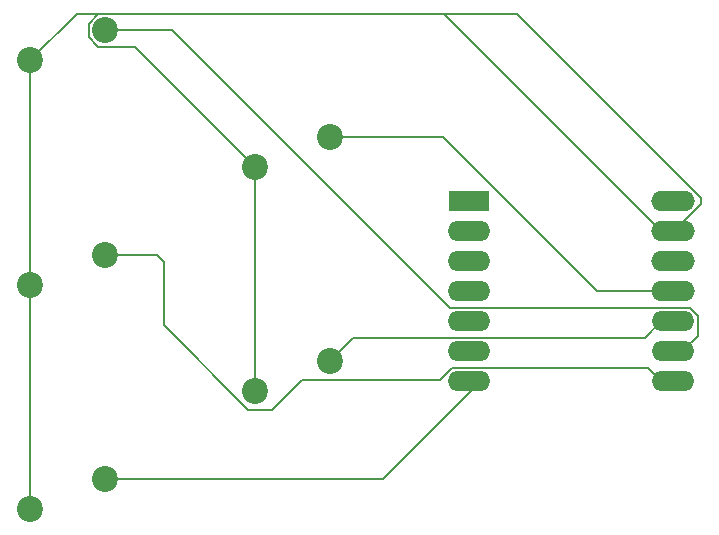
<source format=gbr>
%TF.GenerationSoftware,KiCad,Pcbnew,8.0.6*%
%TF.CreationDate,2024-10-22T13:33:25+08:00*%
%TF.ProjectId,Hackpad,4861636b-7061-4642-9e6b-696361645f70,rev?*%
%TF.SameCoordinates,Original*%
%TF.FileFunction,Copper,L1,Top*%
%TF.FilePolarity,Positive*%
%FSLAX46Y46*%
G04 Gerber Fmt 4.6, Leading zero omitted, Abs format (unit mm)*
G04 Created by KiCad (PCBNEW 8.0.6) date 2024-10-22 13:33:25*
%MOMM*%
%LPD*%
G01*
G04 APERTURE LIST*
%TA.AperFunction,ComponentPad*%
%ADD10C,2.200000*%
%TD*%
%TA.AperFunction,ComponentPad*%
%ADD11R,3.500000X1.700000*%
%TD*%
%TA.AperFunction,ComponentPad*%
%ADD12O,3.600000X1.700000*%
%TD*%
%TA.AperFunction,ComponentPad*%
%ADD13O,3.700000X1.700000*%
%TD*%
%TA.AperFunction,Conductor*%
%ADD14C,0.200000*%
%TD*%
G04 APERTURE END LIST*
D10*
%TO.P,SW3,1,1*%
%TO.N,Net-(U1-PA7_A8_D8_SCK)*%
X84540000Y-43920000D03*
%TO.P,SW3,2,2*%
%TO.N,GND*%
X78190000Y-46460000D03*
%TD*%
D11*
%TO.P,U1,1,PA02_A0_D0*%
%TO.N,unconnected-(U1-PA02_A0_D0-Pad1)*%
X115375000Y-58380000D03*
D12*
%TO.P,U1,2,PA4_A1_D1*%
%TO.N,unconnected-(U1-PA4_A1_D1-Pad2)*%
X115375000Y-60920000D03*
%TO.P,U1,3,PA10_A2_D2*%
%TO.N,unconnected-(U1-PA10_A2_D2-Pad3)*%
X115375000Y-63460000D03*
%TO.P,U1,4,PA11_A3_D3*%
%TO.N,unconnected-(U1-PA11_A3_D3-Pad4)*%
X115375000Y-66000000D03*
%TO.P,U1,5,PA8_A4_D4_SDA*%
%TO.N,unconnected-(U1-PA8_A4_D4_SDA-Pad5)*%
X115375000Y-68540000D03*
%TO.P,U1,6,PA9_A5_D5_SCL*%
%TO.N,unconnected-(U1-PA9_A5_D5_SCL-Pad6)*%
X115375000Y-71080000D03*
%TO.P,U1,7,PB08_A6_D6_TX*%
%TO.N,Net-(U1-PB08_A6_D6_TX)*%
X115375000Y-73620000D03*
%TO.P,U1,8,PB09_A7_D7_RX*%
%TO.N,Net-(U1-PB09_A7_D7_RX)*%
X132625000Y-73620000D03*
%TO.P,U1,9,PA7_A8_D8_SCK*%
%TO.N,Net-(U1-PA7_A8_D8_SCK)*%
X132625000Y-71080000D03*
%TO.P,U1,10,PA5_A9_D9_MISO*%
%TO.N,Net-(U1-PA5_A9_D9_MISO)*%
X132625000Y-68540000D03*
D13*
%TO.P,U1,11,PA6_A10_D10_MOSI*%
%TO.N,Net-(U1-PA6_A10_D10_MOSI)*%
X132625000Y-66000000D03*
%TO.P,U1,12,3V3*%
%TO.N,unconnected-(U1-3V3-Pad12)*%
X132625000Y-63460000D03*
%TO.P,U1,13,GND*%
%TO.N,GND*%
X132625000Y-60920000D03*
%TO.P,U1,14,5V*%
%TO.N,unconnected-(U1-5V-Pad14)*%
X132625000Y-58380000D03*
%TD*%
D10*
%TO.P,SW1,1,1*%
%TO.N,Net-(U1-PA6_A10_D10_MOSI)*%
X103540000Y-52920000D03*
%TO.P,SW1,2,2*%
%TO.N,GND*%
X97190000Y-55460000D03*
%TD*%
%TO.P,SW5,1,1*%
%TO.N,Net-(U1-PB08_A6_D6_TX)*%
X84540000Y-81920000D03*
%TO.P,SW5,2,2*%
%TO.N,GND*%
X78190000Y-84460000D03*
%TD*%
%TO.P,SW2,1,1*%
%TO.N,Net-(U1-PA5_A9_D9_MISO)*%
X103540000Y-71920000D03*
%TO.P,SW2,2,2*%
%TO.N,GND*%
X97190000Y-74460000D03*
%TD*%
%TO.P,SW4,1,1*%
%TO.N,Net-(U1-PB09_A7_D7_RX)*%
X84540000Y-62920000D03*
%TO.P,SW4,2,2*%
%TO.N,GND*%
X78190000Y-65460000D03*
%TD*%
D14*
%TO.N,GND*%
X78190000Y-84460000D02*
X78190000Y-84190000D01*
X119391346Y-42520000D02*
X135000000Y-58128654D01*
X135000000Y-58128654D02*
X135000000Y-58631346D01*
X83960101Y-45320000D02*
X83140000Y-44499899D01*
X83960101Y-42520000D02*
X113225000Y-42520000D01*
X83140000Y-44499899D02*
X83140000Y-43340101D01*
X82130000Y-42520000D02*
X119391346Y-42520000D01*
X135000000Y-58631346D02*
X132711346Y-60920000D01*
X97190000Y-74460000D02*
X97960000Y-74460000D01*
X78190000Y-84190000D02*
X78000000Y-84000000D01*
X97190000Y-74460000D02*
X97190000Y-55460000D01*
X87050000Y-45320000D02*
X83960101Y-45320000D01*
X132711346Y-60920000D02*
X131625000Y-60920000D01*
X78190000Y-46460000D02*
X82130000Y-42520000D01*
X97190000Y-55460000D02*
X87050000Y-45320000D01*
X83140000Y-43340101D02*
X83960101Y-42520000D01*
X78190000Y-65460000D02*
X78190000Y-46460000D01*
X113225000Y-42520000D02*
X131625000Y-60920000D01*
X78000000Y-84000000D02*
X78190000Y-83810000D01*
X78190000Y-83810000D02*
X78190000Y-65460000D01*
X97960000Y-74460000D02*
X98000000Y-74500000D01*
%TO.N,Net-(U1-PA6_A10_D10_MOSI)*%
X113115000Y-52920000D02*
X126195000Y-66000000D01*
X126195000Y-66000000D02*
X131625000Y-66000000D01*
X103540000Y-52920000D02*
X113115000Y-52920000D01*
%TO.N,Net-(U1-PA5_A9_D9_MISO)*%
X105530000Y-69930000D02*
X130235000Y-69930000D01*
X130235000Y-69930000D02*
X131625000Y-68540000D01*
X103540000Y-71920000D02*
X105530000Y-69930000D01*
%TO.N,Net-(U1-PA7_A8_D8_SCK)*%
X113713402Y-67390000D02*
X134051346Y-67390000D01*
X84540000Y-43920000D02*
X90243402Y-43920000D01*
X133420000Y-71080000D02*
X131625000Y-71080000D01*
X134725000Y-69775000D02*
X133420000Y-71080000D01*
X90243402Y-43920000D02*
X113713402Y-67390000D01*
X134725000Y-68063654D02*
X134725000Y-69775000D01*
X134051346Y-67390000D02*
X134725000Y-68063654D01*
%TO.N,Net-(U1-PB09_A7_D7_RX)*%
X101176598Y-73500000D02*
X112918654Y-73500000D01*
X89500000Y-63500000D02*
X89500000Y-68882944D01*
X98650000Y-76026598D02*
X101176598Y-73500000D01*
X113948654Y-72470000D02*
X130475000Y-72470000D01*
X89500000Y-68882944D02*
X96643654Y-76026598D01*
X130475000Y-72470000D02*
X131625000Y-73620000D01*
X112918654Y-73500000D02*
X113948654Y-72470000D01*
X84540000Y-62920000D02*
X88920000Y-62920000D01*
X88920000Y-62920000D02*
X89500000Y-63500000D01*
X96643654Y-76026598D02*
X98650000Y-76026598D01*
%TO.N,Net-(U1-PB08_A6_D6_TX)*%
X108075000Y-81920000D02*
X116375000Y-73620000D01*
X84540000Y-81920000D02*
X108075000Y-81920000D01*
%TD*%
M02*

</source>
